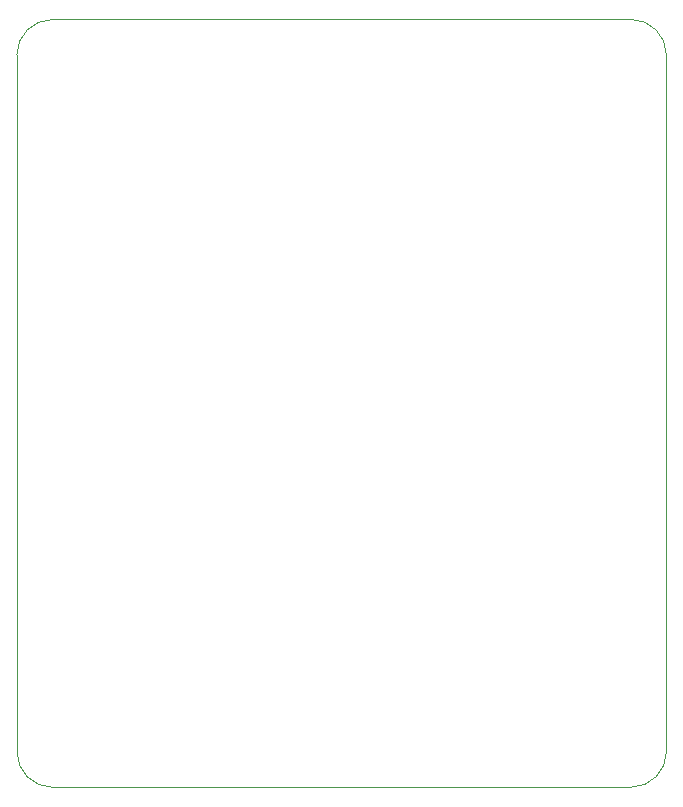
<source format=gbr>
%TF.GenerationSoftware,KiCad,Pcbnew,7.0.8*%
%TF.CreationDate,2024-08-19T13:22:41+09:00*%
%TF.ProjectId,lm386_stereo_amp,6c6d3338-365f-4737-9465-72656f5f616d,rev?*%
%TF.SameCoordinates,Original*%
%TF.FileFunction,Profile,NP*%
%FSLAX46Y46*%
G04 Gerber Fmt 4.6, Leading zero omitted, Abs format (unit mm)*
G04 Created by KiCad (PCBNEW 7.0.8) date 2024-08-19 13:22:41*
%MOMM*%
%LPD*%
G01*
G04 APERTURE LIST*
%TA.AperFunction,Profile*%
%ADD10C,0.100000*%
%TD*%
G04 APERTURE END LIST*
D10*
X179000000Y-23000000D02*
X179000000Y-82000000D01*
X176000000Y-85000000D02*
X127000000Y-85000000D01*
X127000000Y-20000000D02*
G75*
G03*
X124000000Y-23000000I0J-3000000D01*
G01*
X127000000Y-20000000D02*
X176000000Y-20000000D01*
X124000000Y-82000000D02*
G75*
G03*
X127000000Y-85000000I3000000J0D01*
G01*
X176000000Y-85000000D02*
G75*
G03*
X179000000Y-82000000I0J3000000D01*
G01*
X179000000Y-23000000D02*
G75*
G03*
X176000000Y-20000000I-3000000J0D01*
G01*
X124000000Y-82000000D02*
X124000000Y-23000000D01*
M02*

</source>
